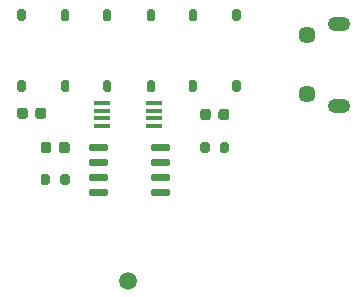
<source format=gbr>
%TF.GenerationSoftware,KiCad,Pcbnew,(5.1.8)-1*%
%TF.CreationDate,2020-11-26T18:41:41+08:00*%
%TF.ProjectId,The_Girls'Gift,5468655f-4769-4726-9c73-27476966742e,V0.8 Beta*%
%TF.SameCoordinates,Original*%
%TF.FileFunction,Soldermask,Bot*%
%TF.FilePolarity,Negative*%
%FSLAX46Y46*%
G04 Gerber Fmt 4.6, Leading zero omitted, Abs format (unit mm)*
G04 Created by KiCad (PCBNEW (5.1.8)-1) date 2020-11-26 18:41:41*
%MOMM*%
%LPD*%
G01*
G04 APERTURE LIST*
%ADD10C,1.500000*%
%ADD11O,1.900000X1.200000*%
%ADD12C,1.450000*%
%ADD13R,1.450000X0.450000*%
G04 APERTURE END LIST*
D10*
%TO.C,H1*%
X165000000Y-98200000D03*
%TD*%
D11*
%TO.C,J1*%
X182800000Y-76400000D03*
X182800000Y-83400000D03*
D12*
X180100000Y-77400000D03*
X180100000Y-82400000D03*
%TD*%
%TO.C,U5*%
G36*
G01*
X168550000Y-86745000D02*
X168550000Y-87045000D01*
G75*
G02*
X168400000Y-87195000I-150000J0D01*
G01*
X167050000Y-87195000D01*
G75*
G02*
X166900000Y-87045000I0J150000D01*
G01*
X166900000Y-86745000D01*
G75*
G02*
X167050000Y-86595000I150000J0D01*
G01*
X168400000Y-86595000D01*
G75*
G02*
X168550000Y-86745000I0J-150000D01*
G01*
G37*
G36*
G01*
X168550000Y-88015000D02*
X168550000Y-88315000D01*
G75*
G02*
X168400000Y-88465000I-150000J0D01*
G01*
X167050000Y-88465000D01*
G75*
G02*
X166900000Y-88315000I0J150000D01*
G01*
X166900000Y-88015000D01*
G75*
G02*
X167050000Y-87865000I150000J0D01*
G01*
X168400000Y-87865000D01*
G75*
G02*
X168550000Y-88015000I0J-150000D01*
G01*
G37*
G36*
G01*
X168550000Y-89285000D02*
X168550000Y-89585000D01*
G75*
G02*
X168400000Y-89735000I-150000J0D01*
G01*
X167050000Y-89735000D01*
G75*
G02*
X166900000Y-89585000I0J150000D01*
G01*
X166900000Y-89285000D01*
G75*
G02*
X167050000Y-89135000I150000J0D01*
G01*
X168400000Y-89135000D01*
G75*
G02*
X168550000Y-89285000I0J-150000D01*
G01*
G37*
G36*
G01*
X168550000Y-90555000D02*
X168550000Y-90855000D01*
G75*
G02*
X168400000Y-91005000I-150000J0D01*
G01*
X167050000Y-91005000D01*
G75*
G02*
X166900000Y-90855000I0J150000D01*
G01*
X166900000Y-90555000D01*
G75*
G02*
X167050000Y-90405000I150000J0D01*
G01*
X168400000Y-90405000D01*
G75*
G02*
X168550000Y-90555000I0J-150000D01*
G01*
G37*
G36*
G01*
X163300000Y-90555000D02*
X163300000Y-90855000D01*
G75*
G02*
X163150000Y-91005000I-150000J0D01*
G01*
X161800000Y-91005000D01*
G75*
G02*
X161650000Y-90855000I0J150000D01*
G01*
X161650000Y-90555000D01*
G75*
G02*
X161800000Y-90405000I150000J0D01*
G01*
X163150000Y-90405000D01*
G75*
G02*
X163300000Y-90555000I0J-150000D01*
G01*
G37*
G36*
G01*
X163300000Y-89285000D02*
X163300000Y-89585000D01*
G75*
G02*
X163150000Y-89735000I-150000J0D01*
G01*
X161800000Y-89735000D01*
G75*
G02*
X161650000Y-89585000I0J150000D01*
G01*
X161650000Y-89285000D01*
G75*
G02*
X161800000Y-89135000I150000J0D01*
G01*
X163150000Y-89135000D01*
G75*
G02*
X163300000Y-89285000I0J-150000D01*
G01*
G37*
G36*
G01*
X163300000Y-88015000D02*
X163300000Y-88315000D01*
G75*
G02*
X163150000Y-88465000I-150000J0D01*
G01*
X161800000Y-88465000D01*
G75*
G02*
X161650000Y-88315000I0J150000D01*
G01*
X161650000Y-88015000D01*
G75*
G02*
X161800000Y-87865000I150000J0D01*
G01*
X163150000Y-87865000D01*
G75*
G02*
X163300000Y-88015000I0J-150000D01*
G01*
G37*
G36*
G01*
X163300000Y-86745000D02*
X163300000Y-87045000D01*
G75*
G02*
X163150000Y-87195000I-150000J0D01*
G01*
X161800000Y-87195000D01*
G75*
G02*
X161650000Y-87045000I0J150000D01*
G01*
X161650000Y-86745000D01*
G75*
G02*
X161800000Y-86595000I150000J0D01*
G01*
X163150000Y-86595000D01*
G75*
G02*
X163300000Y-86745000I0J-150000D01*
G01*
G37*
%TD*%
D13*
%TO.C,U3*%
X162800000Y-85075000D03*
X162800000Y-84425000D03*
X162800000Y-83775000D03*
X162800000Y-83125000D03*
X167200000Y-83125000D03*
X167200000Y-83775000D03*
X167200000Y-84425000D03*
X167200000Y-85075000D03*
%TD*%
%TO.C,SW3*%
G36*
G01*
X173975000Y-81200000D02*
X174325000Y-81200000D01*
G75*
G02*
X174500000Y-81375000I0J-175000D01*
G01*
X174500000Y-82025000D01*
G75*
G02*
X174325000Y-82200000I-175000J0D01*
G01*
X173975000Y-82200000D01*
G75*
G02*
X173800000Y-82025000I0J175000D01*
G01*
X173800000Y-81375000D01*
G75*
G02*
X173975000Y-81200000I175000J0D01*
G01*
G37*
G36*
G01*
X173975000Y-75200000D02*
X174325000Y-75200000D01*
G75*
G02*
X174500000Y-75375000I0J-175000D01*
G01*
X174500000Y-76025000D01*
G75*
G02*
X174325000Y-76200000I-175000J0D01*
G01*
X173975000Y-76200000D01*
G75*
G02*
X173800000Y-76025000I0J175000D01*
G01*
X173800000Y-75375000D01*
G75*
G02*
X173975000Y-75200000I175000J0D01*
G01*
G37*
G36*
G01*
X170275000Y-75200000D02*
X170625000Y-75200000D01*
G75*
G02*
X170800000Y-75375000I0J-175000D01*
G01*
X170800000Y-76025000D01*
G75*
G02*
X170625000Y-76200000I-175000J0D01*
G01*
X170275000Y-76200000D01*
G75*
G02*
X170100000Y-76025000I0J175000D01*
G01*
X170100000Y-75375000D01*
G75*
G02*
X170275000Y-75200000I175000J0D01*
G01*
G37*
G36*
G01*
X170275000Y-81200000D02*
X170625000Y-81200000D01*
G75*
G02*
X170800000Y-81375000I0J-175000D01*
G01*
X170800000Y-82025000D01*
G75*
G02*
X170625000Y-82200000I-175000J0D01*
G01*
X170275000Y-82200000D01*
G75*
G02*
X170100000Y-82025000I0J175000D01*
G01*
X170100000Y-81375000D01*
G75*
G02*
X170275000Y-81200000I175000J0D01*
G01*
G37*
%TD*%
%TO.C,SW2*%
G36*
G01*
X159475000Y-81200000D02*
X159825000Y-81200000D01*
G75*
G02*
X160000000Y-81375000I0J-175000D01*
G01*
X160000000Y-82025000D01*
G75*
G02*
X159825000Y-82200000I-175000J0D01*
G01*
X159475000Y-82200000D01*
G75*
G02*
X159300000Y-82025000I0J175000D01*
G01*
X159300000Y-81375000D01*
G75*
G02*
X159475000Y-81200000I175000J0D01*
G01*
G37*
G36*
G01*
X159475000Y-75200000D02*
X159825000Y-75200000D01*
G75*
G02*
X160000000Y-75375000I0J-175000D01*
G01*
X160000000Y-76025000D01*
G75*
G02*
X159825000Y-76200000I-175000J0D01*
G01*
X159475000Y-76200000D01*
G75*
G02*
X159300000Y-76025000I0J175000D01*
G01*
X159300000Y-75375000D01*
G75*
G02*
X159475000Y-75200000I175000J0D01*
G01*
G37*
G36*
G01*
X155775000Y-75200000D02*
X156125000Y-75200000D01*
G75*
G02*
X156300000Y-75375000I0J-175000D01*
G01*
X156300000Y-76025000D01*
G75*
G02*
X156125000Y-76200000I-175000J0D01*
G01*
X155775000Y-76200000D01*
G75*
G02*
X155600000Y-76025000I0J175000D01*
G01*
X155600000Y-75375000D01*
G75*
G02*
X155775000Y-75200000I175000J0D01*
G01*
G37*
G36*
G01*
X155775000Y-81200000D02*
X156125000Y-81200000D01*
G75*
G02*
X156300000Y-81375000I0J-175000D01*
G01*
X156300000Y-82025000D01*
G75*
G02*
X156125000Y-82200000I-175000J0D01*
G01*
X155775000Y-82200000D01*
G75*
G02*
X155600000Y-82025000I0J175000D01*
G01*
X155600000Y-81375000D01*
G75*
G02*
X155775000Y-81200000I175000J0D01*
G01*
G37*
%TD*%
%TO.C,SW1*%
G36*
G01*
X166725000Y-81200000D02*
X167075000Y-81200000D01*
G75*
G02*
X167250000Y-81375000I0J-175000D01*
G01*
X167250000Y-82025000D01*
G75*
G02*
X167075000Y-82200000I-175000J0D01*
G01*
X166725000Y-82200000D01*
G75*
G02*
X166550000Y-82025000I0J175000D01*
G01*
X166550000Y-81375000D01*
G75*
G02*
X166725000Y-81200000I175000J0D01*
G01*
G37*
G36*
G01*
X166725000Y-75200000D02*
X167075000Y-75200000D01*
G75*
G02*
X167250000Y-75375000I0J-175000D01*
G01*
X167250000Y-76025000D01*
G75*
G02*
X167075000Y-76200000I-175000J0D01*
G01*
X166725000Y-76200000D01*
G75*
G02*
X166550000Y-76025000I0J175000D01*
G01*
X166550000Y-75375000D01*
G75*
G02*
X166725000Y-75200000I175000J0D01*
G01*
G37*
G36*
G01*
X163025000Y-75200000D02*
X163375000Y-75200000D01*
G75*
G02*
X163550000Y-75375000I0J-175000D01*
G01*
X163550000Y-76025000D01*
G75*
G02*
X163375000Y-76200000I-175000J0D01*
G01*
X163025000Y-76200000D01*
G75*
G02*
X162850000Y-76025000I0J175000D01*
G01*
X162850000Y-75375000D01*
G75*
G02*
X163025000Y-75200000I175000J0D01*
G01*
G37*
G36*
G01*
X163025000Y-81200000D02*
X163375000Y-81200000D01*
G75*
G02*
X163550000Y-81375000I0J-175000D01*
G01*
X163550000Y-82025000D01*
G75*
G02*
X163375000Y-82200000I-175000J0D01*
G01*
X163025000Y-82200000D01*
G75*
G02*
X162850000Y-82025000I0J175000D01*
G01*
X162850000Y-81375000D01*
G75*
G02*
X163025000Y-81200000I175000J0D01*
G01*
G37*
%TD*%
%TO.C,R8*%
G36*
G01*
X171075000Y-87175000D02*
X171075000Y-86625000D01*
G75*
G02*
X171275000Y-86425000I200000J0D01*
G01*
X171675000Y-86425000D01*
G75*
G02*
X171875000Y-86625000I0J-200000D01*
G01*
X171875000Y-87175000D01*
G75*
G02*
X171675000Y-87375000I-200000J0D01*
G01*
X171275000Y-87375000D01*
G75*
G02*
X171075000Y-87175000I0J200000D01*
G01*
G37*
G36*
G01*
X172725000Y-87175000D02*
X172725000Y-86625000D01*
G75*
G02*
X172925000Y-86425000I200000J0D01*
G01*
X173325000Y-86425000D01*
G75*
G02*
X173525000Y-86625000I0J-200000D01*
G01*
X173525000Y-87175000D01*
G75*
G02*
X173325000Y-87375000I-200000J0D01*
G01*
X172925000Y-87375000D01*
G75*
G02*
X172725000Y-87175000I0J200000D01*
G01*
G37*
%TD*%
%TO.C,R7*%
G36*
G01*
X160025000Y-89325000D02*
X160025000Y-89875000D01*
G75*
G02*
X159825000Y-90075000I-200000J0D01*
G01*
X159425000Y-90075000D01*
G75*
G02*
X159225000Y-89875000I0J200000D01*
G01*
X159225000Y-89325000D01*
G75*
G02*
X159425000Y-89125000I200000J0D01*
G01*
X159825000Y-89125000D01*
G75*
G02*
X160025000Y-89325000I0J-200000D01*
G01*
G37*
G36*
G01*
X158375000Y-89325000D02*
X158375000Y-89875000D01*
G75*
G02*
X158175000Y-90075000I-200000J0D01*
G01*
X157775000Y-90075000D01*
G75*
G02*
X157575000Y-89875000I0J200000D01*
G01*
X157575000Y-89325000D01*
G75*
G02*
X157775000Y-89125000I200000J0D01*
G01*
X158175000Y-89125000D01*
G75*
G02*
X158375000Y-89325000I0J-200000D01*
G01*
G37*
%TD*%
%TO.C,C10*%
G36*
G01*
X160025000Y-86650000D02*
X160025000Y-87150000D01*
G75*
G02*
X159800000Y-87375000I-225000J0D01*
G01*
X159350000Y-87375000D01*
G75*
G02*
X159125000Y-87150000I0J225000D01*
G01*
X159125000Y-86650000D01*
G75*
G02*
X159350000Y-86425000I225000J0D01*
G01*
X159800000Y-86425000D01*
G75*
G02*
X160025000Y-86650000I0J-225000D01*
G01*
G37*
G36*
G01*
X158475000Y-86650000D02*
X158475000Y-87150000D01*
G75*
G02*
X158250000Y-87375000I-225000J0D01*
G01*
X157800000Y-87375000D01*
G75*
G02*
X157575000Y-87150000I0J225000D01*
G01*
X157575000Y-86650000D01*
G75*
G02*
X157800000Y-86425000I225000J0D01*
G01*
X158250000Y-86425000D01*
G75*
G02*
X158475000Y-86650000I0J-225000D01*
G01*
G37*
%TD*%
%TO.C,C9*%
G36*
G01*
X171075000Y-84350000D02*
X171075000Y-83850000D01*
G75*
G02*
X171300000Y-83625000I225000J0D01*
G01*
X171750000Y-83625000D01*
G75*
G02*
X171975000Y-83850000I0J-225000D01*
G01*
X171975000Y-84350000D01*
G75*
G02*
X171750000Y-84575000I-225000J0D01*
G01*
X171300000Y-84575000D01*
G75*
G02*
X171075000Y-84350000I0J225000D01*
G01*
G37*
G36*
G01*
X172625000Y-84350000D02*
X172625000Y-83850000D01*
G75*
G02*
X172850000Y-83625000I225000J0D01*
G01*
X173300000Y-83625000D01*
G75*
G02*
X173525000Y-83850000I0J-225000D01*
G01*
X173525000Y-84350000D01*
G75*
G02*
X173300000Y-84575000I-225000J0D01*
G01*
X172850000Y-84575000D01*
G75*
G02*
X172625000Y-84350000I0J225000D01*
G01*
G37*
%TD*%
%TO.C,C8*%
G36*
G01*
X158025000Y-83750000D02*
X158025000Y-84250000D01*
G75*
G02*
X157800000Y-84475000I-225000J0D01*
G01*
X157350000Y-84475000D01*
G75*
G02*
X157125000Y-84250000I0J225000D01*
G01*
X157125000Y-83750000D01*
G75*
G02*
X157350000Y-83525000I225000J0D01*
G01*
X157800000Y-83525000D01*
G75*
G02*
X158025000Y-83750000I0J-225000D01*
G01*
G37*
G36*
G01*
X156475000Y-83750000D02*
X156475000Y-84250000D01*
G75*
G02*
X156250000Y-84475000I-225000J0D01*
G01*
X155800000Y-84475000D01*
G75*
G02*
X155575000Y-84250000I0J225000D01*
G01*
X155575000Y-83750000D01*
G75*
G02*
X155800000Y-83525000I225000J0D01*
G01*
X156250000Y-83525000D01*
G75*
G02*
X156475000Y-83750000I0J-225000D01*
G01*
G37*
%TD*%
M02*

</source>
